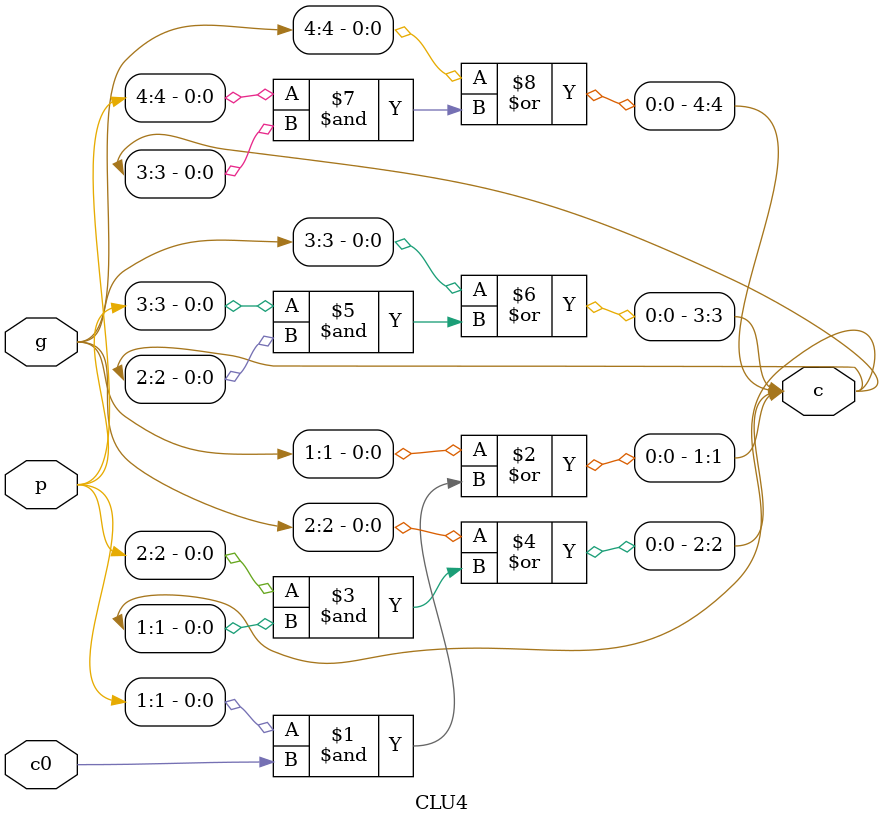
<source format=v>
/* verilator lint_off UNOPTFLAT */
module CLU4(
    output [4:1] c,
    input [4:1] p,g,
    input c0
);
    assign c[1]=g[1] | (p[1] & c0);
    genvar i;
    generate
        for (i=2;i<=4;i=i+1) begin
            assign c[i]=g[i] | (p[i] & c[i-1]);
        end
    endgenerate
endmodule

</source>
